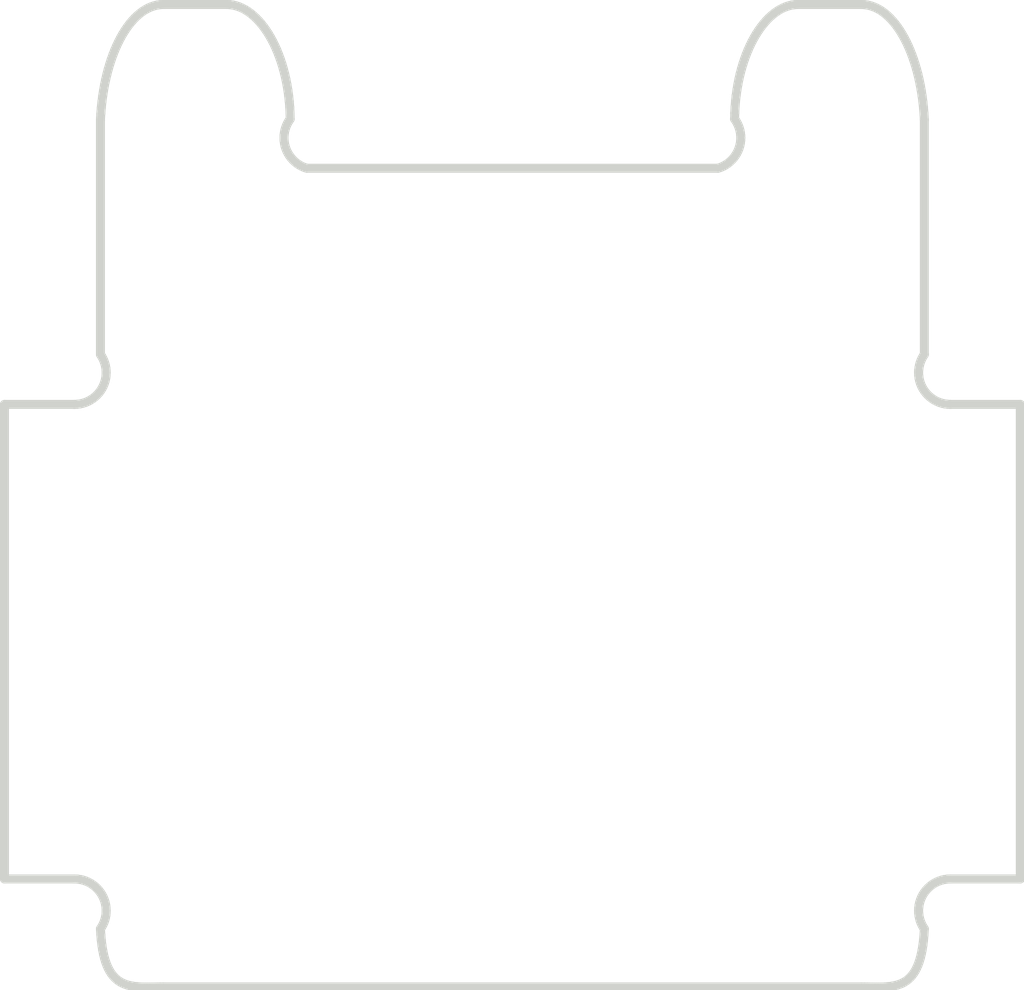
<source format=kicad_pcb>
(kicad_pcb (version 20171130) (host pcbnew 5.0.2+dfsg1-1)

  (general
    (thickness 1.6)
    (drawings 354)
    (tracks 0)
    (zones 0)
    (modules 1)
    (nets 1)
  )

  (page A4)
  (layers
    (0 F.Cu signal)
    (31 B.Cu signal)
    (32 B.Adhes user)
    (33 F.Adhes user)
    (34 B.Paste user)
    (35 F.Paste user)
    (36 B.SilkS user)
    (37 F.SilkS user)
    (38 B.Mask user)
    (39 F.Mask user)
    (40 Dwgs.User user)
    (41 Cmts.User user)
    (42 Eco1.User user)
    (43 Eco2.User user)
    (44 Edge.Cuts user)
    (45 Margin user)
    (46 B.CrtYd user)
    (47 F.CrtYd user)
    (48 B.Fab user)
    (49 F.Fab user)
  )

  (setup
    (last_trace_width 0.25)
    (trace_clearance 0.2)
    (zone_clearance 0.508)
    (zone_45_only no)
    (trace_min 0.2)
    (segment_width 0.2)
    (edge_width 0.15)
    (via_size 0.8)
    (via_drill 0.4)
    (via_min_size 0.4)
    (via_min_drill 0.3)
    (uvia_size 0.3)
    (uvia_drill 0.1)
    (uvias_allowed no)
    (uvia_min_size 0.2)
    (uvia_min_drill 0.1)
    (pcb_text_width 0.3)
    (pcb_text_size 1.5 1.5)
    (mod_edge_width 0.15)
    (mod_text_size 1 1)
    (mod_text_width 0.15)
    (pad_size 1.9 1.9)
    (pad_drill 1)
    (pad_to_mask_clearance 0.051)
    (solder_mask_min_width 0.25)
    (aux_axis_origin 0 0)
    (visible_elements FFFFFF7F)
    (pcbplotparams
      (layerselection 0x010f0_ffffffff)
      (usegerberextensions false)
      (usegerberattributes false)
      (usegerberadvancedattributes false)
      (creategerberjobfile false)
      (excludeedgelayer true)
      (linewidth 0.100000)
      (plotframeref false)
      (viasonmask false)
      (mode 1)
      (useauxorigin false)
      (hpglpennumber 1)
      (hpglpenspeed 20)
      (hpglpendiameter 15.000000)
      (psnegative false)
      (psa4output false)
      (plotreference true)
      (plotvalue true)
      (plotinvisibletext false)
      (padsonsilk false)
      (subtractmaskfromsilk false)
      (outputformat 1)
      (mirror false)
      (drillshape 0)
      (scaleselection 1)
      (outputdirectory "gerb/"))
  )

  (net 0 "")

  (net_class Default "This is the default net class."
    (clearance 0.2)
    (trace_width 0.25)
    (via_dia 0.8)
    (via_drill 0.4)
    (uvia_dia 0.3)
    (uvia_drill 0.1)
  )

  (module test_a:test_b (layer F.Cu) (tedit 0) (tstamp 61B7EDA9)
    (at 0 0)
    (fp_text reference "" (at 0 0) (layer F.SilkS)
      (effects (font (size 1.524 1.524) (thickness 0.15)))
    )
    (fp_text value "" (at 0 0) (layer F.SilkS)
      (effects (font (size 1.524 1.524) (thickness 0.15)))
    )
    (fp_poly (pts (xy 4.497917 -9.026322) (xy 4.449305 -9.024023) (xy 4.401075 -9.017194) (xy 4.353302 -9.005939)
      (xy 4.30606 -8.990362) (xy 4.259423 -8.970567) (xy 4.213465 -8.94666) (xy 4.168261 -8.918743)
      (xy 4.123884 -8.886922) (xy 4.080409 -8.8513) (xy 4.03791 -8.811982) (xy 3.996461 -8.769072)
      (xy 3.956137 -8.722674) (xy 3.917011 -8.672893) (xy 3.879158 -8.619832) (xy 3.842652 -8.563597)
      (xy 3.807568 -8.50429) (xy 3.773979 -8.442017) (xy 3.741959 -8.376882) (xy 3.711583 -8.308988)
      (xy 3.682925 -8.238441) (xy 3.65606 -8.165344) (xy 3.631061 -8.089802) (xy 3.608002 -8.011918)
      (xy 3.586958 -7.931798) (xy 3.568004 -7.849545) (xy 3.551212 -7.765263) (xy 3.536658 -7.679058)
      (xy 3.524415 -7.591032) (xy 3.514558 -7.501291) (xy 3.507162 -7.409938) (xy 3.502299 -7.317078)
      (xy 3.500045 -7.222815) (xy 3.522406 -7.18983) (xy 3.541983 -7.155341) (xy 3.558718 -7.119525)
      (xy 3.572553 -7.082558) (xy 3.583428 -7.044617) (xy 3.591285 -7.005878) (xy 3.596066 -6.966516)
      (xy 3.597713 -6.926709) (xy 3.595834 -6.882839) (xy 3.590216 -6.839856) (xy 3.581001 -6.797946)
      (xy 3.568326 -6.757298) (xy 3.552333 -6.718099) (xy 3.53316 -6.680538) (xy 3.510949 -6.644801)
      (xy 3.485838 -6.611078) (xy 3.457968 -6.579555) (xy 3.427478 -6.550421) (xy 3.394508 -6.523863)
      (xy 3.359199 -6.50007) (xy 3.321689 -6.479228) (xy 3.282119 -6.461526) (xy 3.240629 -6.447152)
      (xy 6.488493 -6.447152) (xy 6.488493 -7.212997) (xy 6.482959 -7.307808) (xy 6.475286 -7.401205)
      (xy 6.465522 -7.493081) (xy 6.453719 -7.583334) (xy 6.439925 -7.671857) (xy 6.424192 -7.758547)
      (xy 6.406568 -7.843298) (xy 6.387105 -7.926007) (xy 6.365851 -8.006569) (xy 6.342857 -8.084879)
      (xy 6.318173 -8.160833) (xy 6.291849 -8.234325) (xy 6.263934 -8.305252) (xy 6.234479 -8.373509)
      (xy 6.203534 -8.438992) (xy 6.171148 -8.501594) (xy 6.137372 -8.561213) (xy 6.102255 -8.617744)
      (xy 6.065848 -8.671082) (xy 6.028201 -8.721122) (xy 5.989363 -8.767759) (xy 5.949384 -8.81089)
      (xy 5.908315 -8.85041) (xy 5.866205 -8.886214) (xy 5.823104 -8.918197) (xy 5.779062 -8.946255)
      (xy 5.73413 -8.970284) (xy 5.688357 -8.990178) (xy 5.641793 -9.005834) (xy 5.594488 -9.017146)
      (xy 5.546493 -9.024011) (xy 5.497856 -9.026322) (xy 4.497917 -9.026322)) (layer B.Mask) (width 0.000001))
    (fp_poly (pts (xy -5.497856 -9.026322) (xy -5.546492 -9.024011) (xy -5.594488 -9.017147) (xy -5.641793 -9.005834)
      (xy -5.688357 -8.990179) (xy -5.73413 -8.970284) (xy -5.779062 -8.946256) (xy -5.823104 -8.918198)
      (xy -5.866204 -8.886214) (xy -5.908314 -8.850411) (xy -5.949384 -8.810891) (xy -5.989362 -8.76776)
      (xy -6.0282 -8.721122) (xy -6.065848 -8.671082) (xy -6.102255 -8.617744) (xy -6.137372 -8.561214)
      (xy -6.171148 -8.501595) (xy -6.203533 -8.438992) (xy -6.234479 -8.37351) (xy -6.263934 -8.305253)
      (xy -6.291848 -8.234326) (xy -6.318173 -8.160833) (xy -6.342857 -8.084879) (xy -6.365851 -8.006569)
      (xy -6.387104 -7.926008) (xy -6.406568 -7.843299) (xy -6.424192 -7.758547) (xy -6.439925 -7.671857)
      (xy -6.453719 -7.583334) (xy -6.465522 -7.493081) (xy -6.475286 -7.401205) (xy -6.482959 -7.307808)
      (xy -6.488493 -7.212997) (xy -6.488493 -6.447152) (xy -3.240629 -6.447152) (xy -3.28212 -6.461526)
      (xy -3.32169 -6.479228) (xy -3.3592 -6.50007) (xy -3.394509 -6.523864) (xy -3.427479 -6.550421)
      (xy -3.457969 -6.579555) (xy -3.485839 -6.611078) (xy -3.51095 -6.644801) (xy -3.533161 -6.680538)
      (xy -3.552334 -6.718099) (xy -3.568327 -6.757298) (xy -3.581001 -6.797946) (xy -3.590217 -6.839856)
      (xy -3.595834 -6.882839) (xy -3.597713 -6.926709) (xy -3.596065 -6.966516) (xy -3.591283 -7.005877)
      (xy -3.583426 -7.044617) (xy -3.57255 -7.082558) (xy -3.558716 -7.119524) (xy -3.541982 -7.15534)
      (xy -3.522405 -7.189829) (xy -3.500045 -7.222815) (xy -3.502299 -7.317078) (xy -3.507162 -7.409938)
      (xy -3.514559 -7.501291) (xy -3.524416 -7.591032) (xy -3.536658 -7.679058) (xy -3.551212 -7.765263)
      (xy -3.568004 -7.849545) (xy -3.586959 -7.931798) (xy -3.608002 -8.011918) (xy -3.631061 -8.089802)
      (xy -3.65606 -8.165344) (xy -3.682926 -8.238441) (xy -3.711584 -8.308989) (xy -3.741959 -8.376882)
      (xy -3.773979 -8.442018) (xy -3.807568 -8.504291) (xy -3.842653 -8.563597) (xy -3.879159 -8.619833)
      (xy -3.917011 -8.672894) (xy -3.956137 -8.722675) (xy -3.996461 -8.769073) (xy -4.03791 -8.811983)
      (xy -4.080409 -8.851301) (xy -4.123884 -8.886922) (xy -4.168261 -8.918744) (xy -4.213465 -8.94666)
      (xy -4.259423 -8.970568) (xy -4.30606 -8.990362) (xy -4.353302 -9.005939) (xy -4.401075 -9.017194)
      (xy -4.449305 -9.024023) (xy -4.497917 -9.026322) (xy -5.497856 -9.026322)) (layer B.Mask) (width 0.000001))
    (fp_poly (pts (xy 2.845046 -1.059368) (xy 1.009499 -0.000008) (xy 2.845046 1.059888) (xy 2.845046 -1.059368)) (layer B.Mask) (width 0.000001))
    (fp_poly (pts (xy -2.845046 -1.059368) (xy -2.845046 1.059888) (xy -1.009499 -0.000008) (xy -2.845046 -1.059368)) (layer B.Mask) (width 0.000001))
    (fp_poly (pts (xy -0.80977 -6.447188) (xy -0.80977 6.447188) (xy 0.80977 6.447188) (xy 0.80977 -6.447188)
      (xy -0.80977 -6.447188)) (layer B.Mask) (width 0.000001))
    (fp_poly (pts (xy 4.497917 -9.026322) (xy 4.449305 -9.024023) (xy 4.401075 -9.017194) (xy 4.353302 -9.005939)
      (xy 4.30606 -8.990362) (xy 4.259423 -8.970567) (xy 4.213465 -8.94666) (xy 4.168261 -8.918743)
      (xy 4.123884 -8.886922) (xy 4.080409 -8.8513) (xy 4.03791 -8.811982) (xy 3.996461 -8.769072)
      (xy 3.956137 -8.722674) (xy 3.917011 -8.672893) (xy 3.879158 -8.619832) (xy 3.842652 -8.563597)
      (xy 3.807568 -8.50429) (xy 3.773979 -8.442017) (xy 3.741959 -8.376882) (xy 3.711583 -8.308988)
      (xy 3.682925 -8.238441) (xy 3.65606 -8.165344) (xy 3.631061 -8.089802) (xy 3.608002 -8.011918)
      (xy 3.586958 -7.931798) (xy 3.568004 -7.849545) (xy 3.551212 -7.765263) (xy 3.536658 -7.679058)
      (xy 3.524415 -7.591032) (xy 3.514558 -7.501291) (xy 3.507162 -7.409938) (xy 3.502299 -7.317078)
      (xy 3.500045 -7.222815) (xy 3.522406 -7.18983) (xy 3.541983 -7.155341) (xy 3.558718 -7.119525)
      (xy 3.572553 -7.082558) (xy 3.583428 -7.044617) (xy 3.591285 -7.005878) (xy 3.596066 -6.966516)
      (xy 3.597713 -6.926709) (xy 3.595834 -6.882839) (xy 3.590216 -6.839856) (xy 3.581001 -6.797946)
      (xy 3.568326 -6.757298) (xy 3.552333 -6.718099) (xy 3.53316 -6.680538) (xy 3.510949 -6.644801)
      (xy 3.485838 -6.611078) (xy 3.457968 -6.579555) (xy 3.427478 -6.550421) (xy 3.394508 -6.523863)
      (xy 3.359199 -6.50007) (xy 3.321689 -6.479228) (xy 3.282119 -6.461526) (xy 3.240629 -6.447152)
      (xy 6.488493 -6.447152) (xy 6.488493 -7.212997) (xy 6.482959 -7.307808) (xy 6.475286 -7.401205)
      (xy 6.465522 -7.493081) (xy 6.453719 -7.583334) (xy 6.439925 -7.671857) (xy 6.424192 -7.758547)
      (xy 6.406568 -7.843298) (xy 6.387105 -7.926007) (xy 6.365851 -8.006569) (xy 6.342857 -8.084879)
      (xy 6.318173 -8.160833) (xy 6.291849 -8.234325) (xy 6.263934 -8.305252) (xy 6.234479 -8.373509)
      (xy 6.203534 -8.438992) (xy 6.171148 -8.501594) (xy 6.137372 -8.561213) (xy 6.102255 -8.617744)
      (xy 6.065848 -8.671082) (xy 6.028201 -8.721122) (xy 5.989363 -8.767759) (xy 5.949384 -8.81089)
      (xy 5.908315 -8.85041) (xy 5.866205 -8.886214) (xy 5.823104 -8.918197) (xy 5.779062 -8.946255)
      (xy 5.73413 -8.970284) (xy 5.688357 -8.990178) (xy 5.641793 -9.005834) (xy 5.594488 -9.017146)
      (xy 5.546493 -9.024011) (xy 5.497856 -9.026322) (xy 4.497917 -9.026322)) (layer F.Mask) (width 0.000001))
    (fp_poly (pts (xy -5.497856 -9.026322) (xy -5.546492 -9.024011) (xy -5.594488 -9.017147) (xy -5.641793 -9.005834)
      (xy -5.688357 -8.990179) (xy -5.73413 -8.970284) (xy -5.779062 -8.946256) (xy -5.823104 -8.918198)
      (xy -5.866204 -8.886214) (xy -5.908314 -8.850411) (xy -5.949384 -8.810891) (xy -5.989362 -8.76776)
      (xy -6.0282 -8.721122) (xy -6.065848 -8.671082) (xy -6.102255 -8.617744) (xy -6.137372 -8.561214)
      (xy -6.171148 -8.501595) (xy -6.203533 -8.438992) (xy -6.234479 -8.37351) (xy -6.263934 -8.305253)
      (xy -6.291848 -8.234326) (xy -6.318173 -8.160833) (xy -6.342857 -8.084879) (xy -6.365851 -8.006569)
      (xy -6.387104 -7.926008) (xy -6.406568 -7.843299) (xy -6.424192 -7.758547) (xy -6.439925 -7.671857)
      (xy -6.453719 -7.583334) (xy -6.465522 -7.493081) (xy -6.475286 -7.401205) (xy -6.482959 -7.307808)
      (xy -6.488493 -7.212997) (xy -6.488493 -6.447152) (xy -3.240629 -6.447152) (xy -3.28212 -6.461526)
      (xy -3.32169 -6.479228) (xy -3.3592 -6.50007) (xy -3.394509 -6.523864) (xy -3.427479 -6.550421)
      (xy -3.457969 -6.579555) (xy -3.485839 -6.611078) (xy -3.51095 -6.644801) (xy -3.533161 -6.680538)
      (xy -3.552334 -6.718099) (xy -3.568327 -6.757298) (xy -3.581001 -6.797946) (xy -3.590217 -6.839856)
      (xy -3.595834 -6.882839) (xy -3.597713 -6.926709) (xy -3.596065 -6.966516) (xy -3.591283 -7.005877)
      (xy -3.583426 -7.044617) (xy -3.57255 -7.082558) (xy -3.558716 -7.119524) (xy -3.541982 -7.15534)
      (xy -3.522405 -7.189829) (xy -3.500045 -7.222815) (xy -3.502299 -7.317078) (xy -3.507162 -7.409938)
      (xy -3.514559 -7.501291) (xy -3.524416 -7.591032) (xy -3.536658 -7.679058) (xy -3.551212 -7.765263)
      (xy -3.568004 -7.849545) (xy -3.586959 -7.931798) (xy -3.608002 -8.011918) (xy -3.631061 -8.089802)
      (xy -3.65606 -8.165344) (xy -3.682926 -8.238441) (xy -3.711584 -8.308989) (xy -3.741959 -8.376882)
      (xy -3.773979 -8.442018) (xy -3.807568 -8.504291) (xy -3.842653 -8.563597) (xy -3.879159 -8.619833)
      (xy -3.917011 -8.672894) (xy -3.956137 -8.722675) (xy -3.996461 -8.769073) (xy -4.03791 -8.811983)
      (xy -4.080409 -8.851301) (xy -4.123884 -8.886922) (xy -4.168261 -8.918744) (xy -4.213465 -8.94666)
      (xy -4.259423 -8.970568) (xy -4.30606 -8.990362) (xy -4.353302 -9.005939) (xy -4.401075 -9.017194)
      (xy -4.449305 -9.024023) (xy -4.497917 -9.026322) (xy -5.497856 -9.026322)) (layer F.Mask) (width 0.000001))
    (fp_poly (pts (xy 2.845046 -1.059364) (xy 1.009499 -0.000003) (xy 2.845046 1.059889) (xy 2.845046 -1.059364)) (layer F.Mask) (width 0.000001))
    (fp_poly (pts (xy -2.845046 -1.059364) (xy -2.845046 1.059888) (xy -1.009499 -0.000004) (xy -2.845046 -1.059364)) (layer F.Mask) (width 0.000001))
    (fp_poly (pts (xy -0.80977 -6.447188) (xy -0.80977 6.447188) (xy 0.80977 6.447188) (xy 0.80977 -6.447188)
      (xy -0.80977 -6.447188)) (layer F.Mask) (width 0.000001))
  )

  (gr_line (start -4.497918 -9.026358) (end -5.497856 -9.026356) (layer Edge.Cuts) (width 0.141421))
  (gr_line (start -4.449306 -9.024058) (end -4.497918 -9.026358) (layer Edge.Cuts) (width 0.141421))
  (gr_line (start -4.401076 -9.017229) (end -4.449306 -9.024058) (layer Edge.Cuts) (width 0.141421))
  (gr_line (start -4.353303 -9.005974) (end -4.401076 -9.017229) (layer Edge.Cuts) (width 0.141421))
  (gr_line (start -4.306061 -8.990397) (end -4.353303 -9.005974) (layer Edge.Cuts) (width 0.141421))
  (gr_line (start -4.259424 -8.970603) (end -4.306061 -8.990397) (layer Edge.Cuts) (width 0.141421))
  (gr_line (start -4.213466 -8.946695) (end -4.259424 -8.970603) (layer Edge.Cuts) (width 0.141421))
  (gr_line (start -4.168261 -8.918779) (end -4.213466 -8.946695) (layer Edge.Cuts) (width 0.141421))
  (gr_line (start -4.123885 -8.886958) (end -4.168261 -8.918779) (layer Edge.Cuts) (width 0.141421))
  (gr_line (start -4.08041 -8.851336) (end -4.123885 -8.886958) (layer Edge.Cuts) (width 0.141421))
  (gr_line (start -4.037911 -8.812018) (end -4.08041 -8.851336) (layer Edge.Cuts) (width 0.141421))
  (gr_line (start -3.996462 -8.769108) (end -4.037911 -8.812018) (layer Edge.Cuts) (width 0.141421))
  (gr_line (start -3.956138 -8.72271) (end -3.996462 -8.769108) (layer Edge.Cuts) (width 0.141421))
  (gr_line (start -3.917012 -8.672929) (end -3.956138 -8.72271) (layer Edge.Cuts) (width 0.141421))
  (gr_line (start -3.879159 -8.619869) (end -3.917012 -8.672929) (layer Edge.Cuts) (width 0.141421))
  (gr_line (start -3.842653 -8.563633) (end -3.879159 -8.619869) (layer Edge.Cuts) (width 0.141421))
  (gr_line (start -3.807569 -8.504326) (end -3.842653 -8.563633) (layer Edge.Cuts) (width 0.141421))
  (gr_line (start -3.773979 -8.442053) (end -3.807569 -8.504326) (layer Edge.Cuts) (width 0.141421))
  (gr_line (start -3.74196 -8.376918) (end -3.773979 -8.442053) (layer Edge.Cuts) (width 0.141421))
  (gr_line (start -3.711584 -8.309025) (end -3.74196 -8.376918) (layer Edge.Cuts) (width 0.141421))
  (gr_line (start -3.682926 -8.238477) (end -3.711584 -8.309025) (layer Edge.Cuts) (width 0.141421))
  (gr_line (start -3.656061 -8.16538) (end -3.682926 -8.238477) (layer Edge.Cuts) (width 0.141421))
  (gr_line (start -3.631062 -8.089838) (end -3.656061 -8.16538) (layer Edge.Cuts) (width 0.141421))
  (gr_line (start -3.608003 -8.011955) (end -3.631062 -8.089838) (layer Edge.Cuts) (width 0.141421))
  (gr_line (start -3.586959 -7.931834) (end -3.608003 -8.011955) (layer Edge.Cuts) (width 0.141421))
  (gr_line (start -3.568005 -7.849581) (end -3.586959 -7.931834) (layer Edge.Cuts) (width 0.141421))
  (gr_line (start -3.551213 -7.7653) (end -3.568005 -7.849581) (layer Edge.Cuts) (width 0.141421))
  (gr_line (start -3.536659 -7.679094) (end -3.551213 -7.7653) (layer Edge.Cuts) (width 0.141421))
  (gr_line (start -3.524416 -7.591069) (end -3.536659 -7.679094) (layer Edge.Cuts) (width 0.141421))
  (gr_line (start -3.514559 -7.501327) (end -3.524416 -7.591069) (layer Edge.Cuts) (width 0.141421))
  (gr_line (start -3.507163 -7.409975) (end -3.514559 -7.501327) (layer Edge.Cuts) (width 0.141421))
  (gr_line (start -3.5023 -7.317114) (end -3.507163 -7.409975) (layer Edge.Cuts) (width 0.141421))
  (gr_line (start -3.500046 -7.222851) (end -3.5023 -7.317114) (layer Edge.Cuts) (width 0.141421))
  (gr_line (start -3.522406 -7.189865) (end -3.500046 -7.222851) (layer Edge.Cuts) (width 0.141421))
  (gr_line (start -3.541982 -7.155376) (end -3.522406 -7.189865) (layer Edge.Cuts) (width 0.141421))
  (gr_line (start -3.558717 -7.119561) (end -3.541982 -7.155376) (layer Edge.Cuts) (width 0.141421))
  (gr_line (start -3.572551 -7.082594) (end -3.558717 -7.119561) (layer Edge.Cuts) (width 0.141421))
  (gr_line (start -3.583426 -7.044653) (end -3.572551 -7.082594) (layer Edge.Cuts) (width 0.141421))
  (gr_line (start -3.591284 -7.005914) (end -3.583426 -7.044653) (layer Edge.Cuts) (width 0.141421))
  (gr_line (start -3.596066 -6.966553) (end -3.591284 -7.005914) (layer Edge.Cuts) (width 0.141421))
  (gr_line (start -3.597714 -6.926745) (end -3.596066 -6.966553) (layer Edge.Cuts) (width 0.141421))
  (gr_line (start -3.595835 -6.882876) (end -3.597714 -6.926745) (layer Edge.Cuts) (width 0.141421))
  (gr_line (start -3.590218 -6.839892) (end -3.595835 -6.882876) (layer Edge.Cuts) (width 0.141421))
  (gr_line (start -3.581002 -6.797982) (end -3.590218 -6.839892) (layer Edge.Cuts) (width 0.141421))
  (gr_line (start -3.568328 -6.757334) (end -3.581002 -6.797982) (layer Edge.Cuts) (width 0.141421))
  (gr_line (start -3.552334 -6.718135) (end -3.568328 -6.757334) (layer Edge.Cuts) (width 0.141421))
  (gr_line (start -3.533162 -6.680574) (end -3.552334 -6.718135) (layer Edge.Cuts) (width 0.141421))
  (gr_line (start -3.510951 -6.644838) (end -3.533162 -6.680574) (layer Edge.Cuts) (width 0.141421))
  (gr_line (start -3.48584 -6.611115) (end -3.510951 -6.644838) (layer Edge.Cuts) (width 0.141421))
  (gr_line (start -3.457969 -6.579592) (end -3.48584 -6.611115) (layer Edge.Cuts) (width 0.141421))
  (gr_line (start -3.42748 -6.550458) (end -3.457969 -6.579592) (layer Edge.Cuts) (width 0.141421))
  (gr_line (start -3.39451 -6.5239) (end -3.42748 -6.550458) (layer Edge.Cuts) (width 0.141421))
  (gr_line (start -3.3592 -6.500106) (end -3.39451 -6.5239) (layer Edge.Cuts) (width 0.141421))
  (gr_line (start -3.32169 -6.479265) (end -3.3592 -6.500106) (layer Edge.Cuts) (width 0.141421))
  (gr_line (start -3.28212 -6.461563) (end -3.32169 -6.479265) (layer Edge.Cuts) (width 0.141421))
  (gr_line (start -3.24063 -6.447188) (end -3.28212 -6.461563) (layer Edge.Cuts) (width 0.141421))
  (gr_line (start 3.24063 -6.447188) (end -3.24063 -6.447188) (layer Edge.Cuts) (width 0.141421))
  (gr_line (start 3.28212 -6.461563) (end 3.24063 -6.447188) (layer Edge.Cuts) (width 0.141421))
  (gr_line (start 3.32169 -6.479265) (end 3.28212 -6.461563) (layer Edge.Cuts) (width 0.141421))
  (gr_line (start 3.3592 -6.500106) (end 3.32169 -6.479265) (layer Edge.Cuts) (width 0.141421))
  (gr_line (start 3.39451 -6.5239) (end 3.3592 -6.500106) (layer Edge.Cuts) (width 0.141421))
  (gr_line (start 3.427479 -6.550458) (end 3.39451 -6.5239) (layer Edge.Cuts) (width 0.141421))
  (gr_line (start 3.457969 -6.579592) (end 3.427479 -6.550458) (layer Edge.Cuts) (width 0.141421))
  (gr_line (start 3.485839 -6.611115) (end 3.457969 -6.579592) (layer Edge.Cuts) (width 0.141421))
  (gr_line (start 3.51095 -6.644838) (end 3.485839 -6.611115) (layer Edge.Cuts) (width 0.141421))
  (gr_line (start 3.533162 -6.680574) (end 3.51095 -6.644838) (layer Edge.Cuts) (width 0.141421))
  (gr_line (start 3.552334 -6.718135) (end 3.533162 -6.680574) (layer Edge.Cuts) (width 0.141421))
  (gr_line (start 3.568327 -6.757334) (end 3.552334 -6.718135) (layer Edge.Cuts) (width 0.141421))
  (gr_line (start 3.581002 -6.797982) (end 3.568327 -6.757334) (layer Edge.Cuts) (width 0.141421))
  (gr_line (start 3.590218 -6.839892) (end 3.581002 -6.797982) (layer Edge.Cuts) (width 0.141421))
  (gr_line (start 3.595835 -6.882876) (end 3.590218 -6.839892) (layer Edge.Cuts) (width 0.141421))
  (gr_line (start 3.597714 -6.926745) (end 3.595835 -6.882876) (layer Edge.Cuts) (width 0.141421))
  (gr_line (start 3.596067 -6.966553) (end 3.597714 -6.926745) (layer Edge.Cuts) (width 0.141421))
  (gr_line (start 3.591286 -7.005914) (end 3.596067 -6.966553) (layer Edge.Cuts) (width 0.141421))
  (gr_line (start 3.583428 -7.044654) (end 3.591286 -7.005914) (layer Edge.Cuts) (width 0.141421))
  (gr_line (start 3.572553 -7.082595) (end 3.583428 -7.044654) (layer Edge.Cuts) (width 0.141421))
  (gr_line (start 3.558718 -7.119561) (end 3.572553 -7.082595) (layer Edge.Cuts) (width 0.141421))
  (gr_line (start 3.541983 -7.155377) (end 3.558718 -7.119561) (layer Edge.Cuts) (width 0.141421))
  (gr_line (start 3.522405 -7.189866) (end 3.541983 -7.155377) (layer Edge.Cuts) (width 0.141421))
  (gr_line (start 3.500044 -7.222851) (end 3.522405 -7.189866) (layer Edge.Cuts) (width 0.141421))
  (gr_line (start 3.502298 -7.317114) (end 3.500044 -7.222851) (layer Edge.Cuts) (width 0.141421))
  (gr_line (start 3.507161 -7.409974) (end 3.502298 -7.317114) (layer Edge.Cuts) (width 0.141421))
  (gr_line (start 3.514558 -7.501327) (end 3.507161 -7.409974) (layer Edge.Cuts) (width 0.141421))
  (gr_line (start 3.524414 -7.591069) (end 3.514558 -7.501327) (layer Edge.Cuts) (width 0.141421))
  (gr_line (start 3.536657 -7.679094) (end 3.524414 -7.591069) (layer Edge.Cuts) (width 0.141421))
  (gr_line (start 3.551211 -7.7653) (end 3.536657 -7.679094) (layer Edge.Cuts) (width 0.141421))
  (gr_line (start 3.568003 -7.849581) (end 3.551211 -7.7653) (layer Edge.Cuts) (width 0.141421))
  (gr_line (start 3.586957 -7.931834) (end 3.568003 -7.849581) (layer Edge.Cuts) (width 0.141421))
  (gr_line (start 3.608001 -8.011955) (end 3.586957 -7.931834) (layer Edge.Cuts) (width 0.141421))
  (gr_line (start 3.63106 -8.089838) (end 3.608001 -8.011955) (layer Edge.Cuts) (width 0.141421))
  (gr_line (start 3.656059 -8.16538) (end 3.63106 -8.089838) (layer Edge.Cuts) (width 0.141421))
  (gr_line (start 3.682924 -8.238477) (end 3.656059 -8.16538) (layer Edge.Cuts) (width 0.141421))
  (gr_line (start 3.711582 -8.309024) (end 3.682924 -8.238477) (layer Edge.Cuts) (width 0.141421))
  (gr_line (start 3.741958 -8.376918) (end 3.711582 -8.309024) (layer Edge.Cuts) (width 0.141421))
  (gr_line (start 3.773978 -8.442053) (end 3.741958 -8.376918) (layer Edge.Cuts) (width 0.141421))
  (gr_line (start 3.807567 -8.504326) (end 3.773978 -8.442053) (layer Edge.Cuts) (width 0.141421))
  (gr_line (start 3.842651 -8.563633) (end 3.807567 -8.504326) (layer Edge.Cuts) (width 0.141421))
  (gr_line (start 3.879157 -8.619868) (end 3.842651 -8.563633) (layer Edge.Cuts) (width 0.141421))
  (gr_line (start 3.91701 -8.672929) (end 3.879157 -8.619868) (layer Edge.Cuts) (width 0.141421))
  (gr_line (start 3.956136 -8.72271) (end 3.91701 -8.672929) (layer Edge.Cuts) (width 0.141421))
  (gr_line (start 3.99646 -8.769108) (end 3.956136 -8.72271) (layer Edge.Cuts) (width 0.141421))
  (gr_line (start 4.037909 -8.812018) (end 3.99646 -8.769108) (layer Edge.Cuts) (width 0.141421))
  (gr_line (start 4.080408 -8.851336) (end 4.037909 -8.812018) (layer Edge.Cuts) (width 0.141421))
  (gr_line (start 4.123883 -8.886957) (end 4.080408 -8.851336) (layer Edge.Cuts) (width 0.141421))
  (gr_line (start 4.16826 -8.918778) (end 4.123883 -8.886957) (layer Edge.Cuts) (width 0.141421))
  (gr_line (start 4.213464 -8.946695) (end 4.16826 -8.918778) (layer Edge.Cuts) (width 0.141421))
  (gr_line (start 4.259422 -8.970603) (end 4.213464 -8.946695) (layer Edge.Cuts) (width 0.141421))
  (gr_line (start 4.306059 -8.990397) (end 4.259422 -8.970603) (layer Edge.Cuts) (width 0.141421))
  (gr_line (start 4.353301 -9.005974) (end 4.306059 -8.990397) (layer Edge.Cuts) (width 0.141421))
  (gr_line (start 4.401074 -9.017229) (end 4.353301 -9.005974) (layer Edge.Cuts) (width 0.141421))
  (gr_line (start 4.449304 -9.024058) (end 4.401074 -9.017229) (layer Edge.Cuts) (width 0.141421))
  (gr_line (start 4.497916 -9.026358) (end 4.449304 -9.024058) (layer Edge.Cuts) (width 0.141421))
  (gr_line (start 5.497855 -9.026358) (end 4.497916 -9.026358) (layer Edge.Cuts) (width 0.141421))
  (gr_line (start 5.546492 -9.024046) (end 5.497855 -9.026358) (layer Edge.Cuts) (width 0.141421))
  (gr_line (start 5.594487 -9.017181) (end 5.546492 -9.024046) (layer Edge.Cuts) (width 0.141421))
  (gr_line (start 5.641792 -9.005869) (end 5.594487 -9.017181) (layer Edge.Cuts) (width 0.141421))
  (gr_line (start 5.688356 -8.990214) (end 5.641792 -9.005869) (layer Edge.Cuts) (width 0.141421))
  (gr_line (start 5.734129 -8.970319) (end 5.688356 -8.990214) (layer Edge.Cuts) (width 0.141421))
  (gr_line (start 5.779061 -8.946291) (end 5.734129 -8.970319) (layer Edge.Cuts) (width 0.141421))
  (gr_line (start 5.823103 -8.918232) (end 5.779061 -8.946291) (layer Edge.Cuts) (width 0.141421))
  (gr_line (start 5.866203 -8.886249) (end 5.823103 -8.918232) (layer Edge.Cuts) (width 0.141421))
  (gr_line (start 5.908314 -8.850445) (end 5.866203 -8.886249) (layer Edge.Cuts) (width 0.141421))
  (gr_line (start 5.949383 -8.810925) (end 5.908314 -8.850445) (layer Edge.Cuts) (width 0.141421))
  (gr_line (start 5.989362 -8.767794) (end 5.949383 -8.810925) (layer Edge.Cuts) (width 0.141421))
  (gr_line (start 6.0282 -8.721157) (end 5.989362 -8.767794) (layer Edge.Cuts) (width 0.141421))
  (gr_line (start 6.065847 -8.671117) (end 6.0282 -8.721157) (layer Edge.Cuts) (width 0.141421))
  (gr_line (start 6.102254 -8.617779) (end 6.065847 -8.671117) (layer Edge.Cuts) (width 0.141421))
  (gr_line (start 6.137371 -8.561248) (end 6.102254 -8.617779) (layer Edge.Cuts) (width 0.141421))
  (gr_line (start 6.171147 -8.501629) (end 6.137371 -8.561248) (layer Edge.Cuts) (width 0.141421))
  (gr_line (start 6.203533 -8.439026) (end 6.171147 -8.501629) (layer Edge.Cuts) (width 0.141421))
  (gr_line (start 6.234478 -8.373544) (end 6.203533 -8.439026) (layer Edge.Cuts) (width 0.141421))
  (gr_line (start 6.263933 -8.305287) (end 6.234478 -8.373544) (layer Edge.Cuts) (width 0.141421))
  (gr_line (start 6.291847 -8.23436) (end 6.263933 -8.305287) (layer Edge.Cuts) (width 0.141421))
  (gr_line (start 6.318172 -8.160868) (end 6.291847 -8.23436) (layer Edge.Cuts) (width 0.141421))
  (gr_line (start 6.342856 -8.084914) (end 6.318172 -8.160868) (layer Edge.Cuts) (width 0.141421))
  (gr_line (start 6.36585 -8.006604) (end 6.342856 -8.084914) (layer Edge.Cuts) (width 0.141421))
  (gr_line (start 6.387104 -7.926042) (end 6.36585 -8.006604) (layer Edge.Cuts) (width 0.141421))
  (gr_line (start 6.406567 -7.843333) (end 6.387104 -7.926042) (layer Edge.Cuts) (width 0.141421))
  (gr_line (start 6.424191 -7.758582) (end 6.406567 -7.843333) (layer Edge.Cuts) (width 0.141421))
  (gr_line (start 6.439924 -7.671892) (end 6.424191 -7.758582) (layer Edge.Cuts) (width 0.141421))
  (gr_line (start 6.453718 -7.583368) (end 6.439924 -7.671892) (layer Edge.Cuts) (width 0.141421))
  (gr_line (start 6.465521 -7.493116) (end 6.453718 -7.583368) (layer Edge.Cuts) (width 0.141421))
  (gr_line (start 6.475285 -7.40124) (end 6.465521 -7.493116) (layer Edge.Cuts) (width 0.141421))
  (gr_line (start 6.482958 -7.307843) (end 6.475285 -7.40124) (layer Edge.Cuts) (width 0.141421))
  (gr_line (start 6.488492 -7.213032) (end 6.482958 -7.307843) (layer Edge.Cuts) (width 0.141421))
  (gr_line (start 6.488492 -3.51412) (end 6.488492 -7.213032) (layer Edge.Cuts) (width 0.141421))
  (gr_line (start 6.46774 -3.481928) (end 6.488492 -3.51412) (layer Edge.Cuts) (width 0.141421))
  (gr_line (start 6.449588 -3.448393) (end 6.46774 -3.481928) (layer Edge.Cuts) (width 0.141421))
  (gr_line (start 6.434085 -3.413672) (end 6.449588 -3.448393) (layer Edge.Cuts) (width 0.141421))
  (gr_line (start 6.421282 -3.377924) (end 6.434085 -3.413672) (layer Edge.Cuts) (width 0.141421))
  (gr_line (start 6.411228 -3.341308) (end 6.421282 -3.377924) (layer Edge.Cuts) (width 0.141421))
  (gr_line (start 6.403973 -3.303981) (end 6.411228 -3.341308) (layer Edge.Cuts) (width 0.141421))
  (gr_line (start 6.399568 -3.266103) (end 6.403973 -3.303981) (layer Edge.Cuts) (width 0.141421))
  (gr_line (start 6.398062 -3.227832) (end 6.399568 -3.266103) (layer Edge.Cuts) (width 0.141421))
  (gr_line (start 6.400084 -3.182325) (end 6.398062 -3.227832) (layer Edge.Cuts) (width 0.141421))
  (gr_line (start 6.406075 -3.13796) (end 6.400084 -3.182325) (layer Edge.Cuts) (width 0.141421))
  (gr_line (start 6.415858 -3.094914) (end 6.406075 -3.13796) (layer Edge.Cuts) (width 0.141421))
  (gr_line (start 6.429258 -3.053364) (end 6.415858 -3.094914) (layer Edge.Cuts) (width 0.141421))
  (gr_line (start 6.446098 -3.013487) (end 6.429258 -3.053364) (layer Edge.Cuts) (width 0.141421))
  (gr_line (start 6.4662 -2.975458) (end 6.446098 -3.013487) (layer Edge.Cuts) (width 0.141421))
  (gr_line (start 6.48939 -2.939456) (end 6.4662 -2.975458) (layer Edge.Cuts) (width 0.141421))
  (gr_line (start 6.51549 -2.905655) (end 6.48939 -2.939456) (layer Edge.Cuts) (width 0.141421))
  (gr_line (start 6.544325 -2.874233) (end 6.51549 -2.905655) (layer Edge.Cuts) (width 0.141421))
  (gr_line (start 6.575717 -2.845366) (end 6.544325 -2.874233) (layer Edge.Cuts) (width 0.141421))
  (gr_line (start 6.609491 -2.819231) (end 6.575717 -2.845366) (layer Edge.Cuts) (width 0.141421))
  (gr_line (start 6.64547 -2.796004) (end 6.609491 -2.819231) (layer Edge.Cuts) (width 0.141421))
  (gr_line (start 6.683478 -2.775862) (end 6.64547 -2.796004) (layer Edge.Cuts) (width 0.141421))
  (gr_line (start 6.723337 -2.758981) (end 6.683478 -2.775862) (layer Edge.Cuts) (width 0.141421))
  (gr_line (start 6.764873 -2.745538) (end 6.723337 -2.758981) (layer Edge.Cuts) (width 0.141421))
  (gr_line (start 6.807908 -2.73571) (end 6.764873 -2.745538) (layer Edge.Cuts) (width 0.141421))
  (gr_line (start 6.852267 -2.729673) (end 6.807908 -2.73571) (layer Edge.Cuts) (width 0.141421))
  (gr_line (start 6.897772 -2.727604) (end 6.852267 -2.729673) (layer Edge.Cuts) (width 0.141421))
  (gr_line (start 8.000031 -2.727604) (end 6.897772 -2.727604) (layer Edge.Cuts) (width 0.141421))
  (gr_line (start 8.000031 4.747269) (end 8.000031 -2.727604) (layer Edge.Cuts) (width 0.141421))
  (gr_line (start 6.897772 4.747269) (end 8.000031 4.747269) (layer Edge.Cuts) (width 0.141421))
  (gr_line (start 6.852267 4.749338) (end 6.897772 4.747269) (layer Edge.Cuts) (width 0.141421))
  (gr_line (start 6.807908 4.755375) (end 6.852267 4.749338) (layer Edge.Cuts) (width 0.141421))
  (gr_line (start 6.764873 4.765203) (end 6.807908 4.755375) (layer Edge.Cuts) (width 0.141421))
  (gr_line (start 6.723337 4.778646) (end 6.764873 4.765203) (layer Edge.Cuts) (width 0.141421))
  (gr_line (start 6.683478 4.795527) (end 6.723337 4.778646) (layer Edge.Cuts) (width 0.141421))
  (gr_line (start 6.64547 4.815669) (end 6.683478 4.795527) (layer Edge.Cuts) (width 0.141421))
  (gr_line (start 6.609491 4.838896) (end 6.64547 4.815669) (layer Edge.Cuts) (width 0.141421))
  (gr_line (start 6.575717 4.865031) (end 6.609491 4.838896) (layer Edge.Cuts) (width 0.141421))
  (gr_line (start 6.544325 4.893899) (end 6.575717 4.865031) (layer Edge.Cuts) (width 0.141421))
  (gr_line (start 6.51549 4.925321) (end 6.544325 4.893899) (layer Edge.Cuts) (width 0.141421))
  (gr_line (start 6.48939 4.959122) (end 6.51549 4.925321) (layer Edge.Cuts) (width 0.141421))
  (gr_line (start 6.4662 4.995125) (end 6.48939 4.959122) (layer Edge.Cuts) (width 0.141421))
  (gr_line (start 6.446098 5.033153) (end 6.4662 4.995125) (layer Edge.Cuts) (width 0.141421))
  (gr_line (start 6.429258 5.073031) (end 6.446098 5.033153) (layer Edge.Cuts) (width 0.141421))
  (gr_line (start 6.415858 5.114581) (end 6.429258 5.073031) (layer Edge.Cuts) (width 0.141421))
  (gr_line (start 6.406075 5.157626) (end 6.415858 5.114581) (layer Edge.Cuts) (width 0.141421))
  (gr_line (start 6.400084 5.201991) (end 6.406075 5.157626) (layer Edge.Cuts) (width 0.141421))
  (gr_line (start 6.398062 5.247499) (end 6.400084 5.201991) (layer Edge.Cuts) (width 0.141421))
  (gr_line (start 6.399566 5.28577) (end 6.398062 5.247499) (layer Edge.Cuts) (width 0.141421))
  (gr_line (start 6.403971 5.32365) (end 6.399566 5.28577) (layer Edge.Cuts) (width 0.141421))
  (gr_line (start 6.411225 5.360978) (end 6.403971 5.32365) (layer Edge.Cuts) (width 0.141421))
  (gr_line (start 6.421279 5.397596) (end 6.411225 5.360978) (layer Edge.Cuts) (width 0.141421))
  (gr_line (start 6.434083 5.433345) (end 6.421279 5.397596) (layer Edge.Cuts) (width 0.141421))
  (gr_line (start 6.449587 5.468066) (end 6.434083 5.433345) (layer Edge.Cuts) (width 0.141421))
  (gr_line (start 6.46774 5.5016) (end 6.449587 5.468066) (layer Edge.Cuts) (width 0.141421))
  (gr_line (start 6.488492 5.533789) (end 6.46774 5.5016) (layer Edge.Cuts) (width 0.141421))
  (gr_line (start 6.482958 5.626019) (end 6.488492 5.533789) (layer Edge.Cuts) (width 0.141421))
  (gr_line (start 6.475285 5.71189) (end 6.482958 5.626019) (layer Edge.Cuts) (width 0.141421))
  (gr_line (start 6.465521 5.791628) (end 6.475285 5.71189) (layer Edge.Cuts) (width 0.141421))
  (gr_line (start 6.453718 5.865457) (end 6.465521 5.791628) (layer Edge.Cuts) (width 0.141421))
  (gr_line (start 6.439924 5.933602) (end 6.453718 5.865457) (layer Edge.Cuts) (width 0.141421))
  (gr_line (start 6.424191 5.996289) (end 6.439924 5.933602) (layer Edge.Cuts) (width 0.141421))
  (gr_line (start 6.406567 6.053741) (end 6.424191 5.996289) (layer Edge.Cuts) (width 0.141421))
  (gr_line (start 6.387104 6.106186) (end 6.406567 6.053741) (layer Edge.Cuts) (width 0.141421))
  (gr_line (start 6.36585 6.153846) (end 6.387104 6.106186) (layer Edge.Cuts) (width 0.141421))
  (gr_line (start 6.342856 6.196947) (end 6.36585 6.153846) (layer Edge.Cuts) (width 0.141421))
  (gr_line (start 6.318172 6.235715) (end 6.342856 6.196947) (layer Edge.Cuts) (width 0.141421))
  (gr_line (start 6.291847 6.270374) (end 6.318172 6.235715) (layer Edge.Cuts) (width 0.141421))
  (gr_line (start 6.263933 6.30115) (end 6.291847 6.270374) (layer Edge.Cuts) (width 0.141421))
  (gr_line (start 6.234478 6.328266) (end 6.263933 6.30115) (layer Edge.Cuts) (width 0.141421))
  (gr_line (start 6.203533 6.351949) (end 6.234478 6.328266) (layer Edge.Cuts) (width 0.141421))
  (gr_line (start 6.171147 6.372422) (end 6.203533 6.351949) (layer Edge.Cuts) (width 0.141421))
  (gr_line (start 6.137371 6.389912) (end 6.171147 6.372422) (layer Edge.Cuts) (width 0.141421))
  (gr_line (start 6.102254 6.404643) (end 6.137371 6.389912) (layer Edge.Cuts) (width 0.141421))
  (gr_line (start 6.065847 6.41684) (end 6.102254 6.404643) (layer Edge.Cuts) (width 0.141421))
  (gr_line (start 6.0282 6.426728) (end 6.065847 6.41684) (layer Edge.Cuts) (width 0.141421))
  (gr_line (start 5.989362 6.434533) (end 6.0282 6.426728) (layer Edge.Cuts) (width 0.141421))
  (gr_line (start 5.949383 6.440478) (end 5.989362 6.434533) (layer Edge.Cuts) (width 0.141421))
  (gr_line (start 5.908314 6.44479) (end 5.949383 6.440478) (layer Edge.Cuts) (width 0.141421))
  (gr_line (start 5.866203 6.447692) (end 5.908314 6.44479) (layer Edge.Cuts) (width 0.141421))
  (gr_line (start 5.823103 6.449411) (end 5.866203 6.447692) (layer Edge.Cuts) (width 0.141421))
  (gr_line (start 5.779061 6.45017) (end 5.823103 6.449411) (layer Edge.Cuts) (width 0.141421))
  (gr_line (start 5.734129 6.450196) (end 5.779061 6.45017) (layer Edge.Cuts) (width 0.141421))
  (gr_line (start 5.688356 6.449712) (end 5.734129 6.450196) (layer Edge.Cuts) (width 0.141421))
  (gr_line (start 5.641792 6.448945) (end 5.688356 6.449712) (layer Edge.Cuts) (width 0.141421))
  (gr_line (start 5.594487 6.448119) (end 5.641792 6.448945) (layer Edge.Cuts) (width 0.141421))
  (gr_line (start 5.546492 6.447458) (end 5.594487 6.448119) (layer Edge.Cuts) (width 0.141421))
  (gr_line (start 5.497855 6.447189) (end 5.546492 6.447458) (layer Edge.Cuts) (width 0.141421))
  (gr_line (start -5.497856 6.447189) (end 5.497855 6.447189) (layer Edge.Cuts) (width 0.141421))
  (gr_line (start -5.546493 6.447458) (end -5.497856 6.447189) (layer Edge.Cuts) (width 0.141421))
  (gr_line (start -5.594489 6.448119) (end -5.546493 6.447458) (layer Edge.Cuts) (width 0.141421))
  (gr_line (start -5.641794 6.448945) (end -5.594489 6.448119) (layer Edge.Cuts) (width 0.141421))
  (gr_line (start -5.688358 6.449712) (end -5.641794 6.448945) (layer Edge.Cuts) (width 0.141421))
  (gr_line (start -5.734131 6.450196) (end -5.688358 6.449712) (layer Edge.Cuts) (width 0.141421))
  (gr_line (start -5.779063 6.45017) (end -5.734131 6.450196) (layer Edge.Cuts) (width 0.141421))
  (gr_line (start -5.823104 6.449411) (end -5.779063 6.45017) (layer Edge.Cuts) (width 0.141421))
  (gr_line (start -5.866205 6.447692) (end -5.823104 6.449411) (layer Edge.Cuts) (width 0.141421))
  (gr_line (start -5.908315 6.44479) (end -5.866205 6.447692) (layer Edge.Cuts) (width 0.141421))
  (gr_line (start -5.949384 6.440478) (end -5.908315 6.44479) (layer Edge.Cuts) (width 0.141421))
  (gr_line (start -5.989363 6.434533) (end -5.949384 6.440478) (layer Edge.Cuts) (width 0.141421))
  (gr_line (start -6.028201 6.426728) (end -5.989363 6.434533) (layer Edge.Cuts) (width 0.141421))
  (gr_line (start -6.065849 6.41684) (end -6.028201 6.426728) (layer Edge.Cuts) (width 0.141421))
  (gr_line (start -6.102256 6.404643) (end -6.065849 6.41684) (layer Edge.Cuts) (width 0.141421))
  (gr_line (start -6.137373 6.389912) (end -6.102256 6.404643) (layer Edge.Cuts) (width 0.141421))
  (gr_line (start -6.171149 6.372422) (end -6.137373 6.389912) (layer Edge.Cuts) (width 0.141421))
  (gr_line (start -6.203534 6.351949) (end -6.171149 6.372422) (layer Edge.Cuts) (width 0.141421))
  (gr_line (start -6.23448 6.328266) (end -6.203534 6.351949) (layer Edge.Cuts) (width 0.141421))
  (gr_line (start -6.263935 6.30115) (end -6.23448 6.328266) (layer Edge.Cuts) (width 0.141421))
  (gr_line (start -6.291849 6.270374) (end -6.263935 6.30115) (layer Edge.Cuts) (width 0.141421))
  (gr_line (start -6.318174 6.235715) (end -6.291849 6.270374) (layer Edge.Cuts) (width 0.141421))
  (gr_line (start -6.342858 6.196947) (end -6.318174 6.235715) (layer Edge.Cuts) (width 0.141421))
  (gr_line (start -6.365852 6.153846) (end -6.342858 6.196947) (layer Edge.Cuts) (width 0.141421))
  (gr_line (start -6.387105 6.106186) (end -6.365852 6.153846) (layer Edge.Cuts) (width 0.141421))
  (gr_line (start -6.406569 6.053741) (end -6.387105 6.106186) (layer Edge.Cuts) (width 0.141421))
  (gr_line (start -6.424193 5.996289) (end -6.406569 6.053741) (layer Edge.Cuts) (width 0.141421))
  (gr_line (start -6.439926 5.933602) (end -6.424193 5.996289) (layer Edge.Cuts) (width 0.141421))
  (gr_line (start -6.453719 5.865457) (end -6.439926 5.933602) (layer Edge.Cuts) (width 0.141421))
  (gr_line (start -6.465523 5.791628) (end -6.453719 5.865457) (layer Edge.Cuts) (width 0.141421))
  (gr_line (start -6.475286 5.71189) (end -6.465523 5.791628) (layer Edge.Cuts) (width 0.141421))
  (gr_line (start -6.48296 5.626019) (end -6.475286 5.71189) (layer Edge.Cuts) (width 0.141421))
  (gr_line (start -6.488494 5.533789) (end -6.48296 5.626019) (layer Edge.Cuts) (width 0.141421))
  (gr_line (start -6.467742 5.501597) (end -6.488494 5.533789) (layer Edge.Cuts) (width 0.141421))
  (gr_line (start -6.449589 5.468062) (end -6.467742 5.501597) (layer Edge.Cuts) (width 0.141421))
  (gr_line (start -6.434086 5.433341) (end -6.449589 5.468062) (layer Edge.Cuts) (width 0.141421))
  (gr_line (start -6.421282 5.397592) (end -6.434086 5.433341) (layer Edge.Cuts) (width 0.141421))
  (gr_line (start -6.411227 5.360975) (end -6.421282 5.397592) (layer Edge.Cuts) (width 0.141421))
  (gr_line (start -6.403972 5.323648) (end -6.411227 5.360975) (layer Edge.Cuts) (width 0.141421))
  (gr_line (start -6.399566 5.28577) (end -6.403972 5.323648) (layer Edge.Cuts) (width 0.141421))
  (gr_line (start -6.39806 5.247499) (end -6.399566 5.28577) (layer Edge.Cuts) (width 0.141421))
  (gr_line (start -6.400082 5.201991) (end -6.39806 5.247499) (layer Edge.Cuts) (width 0.141421))
  (gr_line (start -6.406073 5.157626) (end -6.400082 5.201991) (layer Edge.Cuts) (width 0.141421))
  (gr_line (start -6.415857 5.114581) (end -6.406073 5.157626) (layer Edge.Cuts) (width 0.141421))
  (gr_line (start -6.429256 5.073031) (end -6.415857 5.114581) (layer Edge.Cuts) (width 0.141421))
  (gr_line (start -6.446096 5.033153) (end -6.429256 5.073031) (layer Edge.Cuts) (width 0.141421))
  (gr_line (start -6.466199 4.995125) (end -6.446096 5.033153) (layer Edge.Cuts) (width 0.141421))
  (gr_line (start -6.489388 4.959122) (end -6.466199 4.995125) (layer Edge.Cuts) (width 0.141421))
  (gr_line (start -6.515489 4.925321) (end -6.489388 4.959122) (layer Edge.Cuts) (width 0.141421))
  (gr_line (start -6.544323 4.893899) (end -6.515489 4.925321) (layer Edge.Cuts) (width 0.141421))
  (gr_line (start -6.575716 4.865031) (end -6.544323 4.893899) (layer Edge.Cuts) (width 0.141421))
  (gr_line (start -6.60949 4.838896) (end -6.575716 4.865031) (layer Edge.Cuts) (width 0.141421))
  (gr_line (start -6.645469 4.815669) (end -6.60949 4.838896) (layer Edge.Cuts) (width 0.141421))
  (gr_line (start -6.683476 4.795527) (end -6.645469 4.815669) (layer Edge.Cuts) (width 0.141421))
  (gr_line (start -6.723336 4.778646) (end -6.683476 4.795527) (layer Edge.Cuts) (width 0.141421))
  (gr_line (start -6.764872 4.765203) (end -6.723336 4.778646) (layer Edge.Cuts) (width 0.141421))
  (gr_line (start -6.807907 4.755375) (end -6.764872 4.765203) (layer Edge.Cuts) (width 0.141421))
  (gr_line (start -6.852266 4.749338) (end -6.807907 4.755375) (layer Edge.Cuts) (width 0.141421))
  (gr_line (start -6.897771 4.747269) (end -6.852266 4.749338) (layer Edge.Cuts) (width 0.141421))
  (gr_line (start -8.000029 4.747269) (end -6.897771 4.747269) (layer Edge.Cuts) (width 0.141421))
  (gr_line (start -8.000029 -2.727604) (end -8.000029 4.747269) (layer Edge.Cuts) (width 0.141421))
  (gr_line (start -6.897771 -2.727604) (end -8.000029 -2.727604) (layer Edge.Cuts) (width 0.141421))
  (gr_line (start -6.852266 -2.729673) (end -6.897771 -2.727604) (layer Edge.Cuts) (width 0.141421))
  (gr_line (start -6.807907 -2.73571) (end -6.852266 -2.729673) (layer Edge.Cuts) (width 0.141421))
  (gr_line (start -6.764872 -2.745538) (end -6.807907 -2.73571) (layer Edge.Cuts) (width 0.141421))
  (gr_line (start -6.723336 -2.758981) (end -6.764872 -2.745538) (layer Edge.Cuts) (width 0.141421))
  (gr_line (start -6.683476 -2.775862) (end -6.723336 -2.758981) (layer Edge.Cuts) (width 0.141421))
  (gr_line (start -6.645469 -2.796004) (end -6.683476 -2.775862) (layer Edge.Cuts) (width 0.141421))
  (gr_line (start -6.60949 -2.819231) (end -6.645469 -2.796004) (layer Edge.Cuts) (width 0.141421))
  (gr_line (start -6.575716 -2.845366) (end -6.60949 -2.819231) (layer Edge.Cuts) (width 0.141421))
  (gr_line (start -6.544323 -2.874233) (end -6.575716 -2.845366) (layer Edge.Cuts) (width 0.141421))
  (gr_line (start -6.515489 -2.905655) (end -6.544323 -2.874233) (layer Edge.Cuts) (width 0.141421))
  (gr_line (start -6.489388 -2.939456) (end -6.515489 -2.905655) (layer Edge.Cuts) (width 0.141421))
  (gr_line (start -6.466199 -2.975458) (end -6.489388 -2.939456) (layer Edge.Cuts) (width 0.141421))
  (gr_line (start -6.446096 -3.013487) (end -6.466199 -2.975458) (layer Edge.Cuts) (width 0.141421))
  (gr_line (start -6.429256 -3.053364) (end -6.446096 -3.013487) (layer Edge.Cuts) (width 0.141421))
  (gr_line (start -6.415856 -3.094914) (end -6.429256 -3.053364) (layer Edge.Cuts) (width 0.141421))
  (gr_line (start -6.406073 -3.13796) (end -6.415856 -3.094914) (layer Edge.Cuts) (width 0.141421))
  (gr_line (start -6.400082 -3.182325) (end -6.406073 -3.13796) (layer Edge.Cuts) (width 0.141421))
  (gr_line (start -6.39806 -3.227833) (end -6.400082 -3.182325) (layer Edge.Cuts) (width 0.141421))
  (gr_line (start -6.399566 -3.266103) (end -6.39806 -3.227833) (layer Edge.Cuts) (width 0.141421))
  (gr_line (start -6.403972 -3.303981) (end -6.399566 -3.266103) (layer Edge.Cuts) (width 0.141421))
  (gr_line (start -6.411227 -3.341308) (end -6.403972 -3.303981) (layer Edge.Cuts) (width 0.141421))
  (gr_line (start -6.421281 -3.377924) (end -6.411227 -3.341308) (layer Edge.Cuts) (width 0.141421))
  (gr_line (start -6.434085 -3.413672) (end -6.421281 -3.377924) (layer Edge.Cuts) (width 0.141421))
  (gr_line (start -6.449589 -3.448393) (end -6.434085 -3.413672) (layer Edge.Cuts) (width 0.141421))
  (gr_line (start -6.467742 -3.481928) (end -6.449589 -3.448393) (layer Edge.Cuts) (width 0.141421))
  (gr_line (start -6.488494 -3.51412) (end -6.467742 -3.481928) (layer Edge.Cuts) (width 0.141421))
  (gr_line (start -6.488494 -7.213032) (end -6.488494 -3.51412) (layer Edge.Cuts) (width 0.141421))
  (gr_line (start -6.48296 -7.307843) (end -6.488494 -7.213032) (layer Edge.Cuts) (width 0.141421))
  (gr_line (start -6.475286 -7.40124) (end -6.48296 -7.307843) (layer Edge.Cuts) (width 0.141421))
  (gr_line (start -6.465523 -7.493116) (end -6.475286 -7.40124) (layer Edge.Cuts) (width 0.141421))
  (gr_line (start -6.453719 -7.583368) (end -6.465523 -7.493116) (layer Edge.Cuts) (width 0.141421))
  (gr_line (start -6.439926 -7.671892) (end -6.453719 -7.583368) (layer Edge.Cuts) (width 0.141421))
  (gr_line (start -6.424192 -7.758582) (end -6.439926 -7.671892) (layer Edge.Cuts) (width 0.141421))
  (gr_line (start -6.406569 -7.843333) (end -6.424192 -7.758582) (layer Edge.Cuts) (width 0.141421))
  (gr_line (start -6.387105 -7.926042) (end -6.406569 -7.843333) (layer Edge.Cuts) (width 0.141421))
  (gr_line (start -6.365851 -8.006604) (end -6.387105 -7.926042) (layer Edge.Cuts) (width 0.141421))
  (gr_line (start -6.342857 -8.084914) (end -6.365851 -8.006604) (layer Edge.Cuts) (width 0.141421))
  (gr_line (start -6.318173 -8.160868) (end -6.342857 -8.084914) (layer Edge.Cuts) (width 0.141421))
  (gr_line (start -6.291849 -8.23436) (end -6.318173 -8.160868) (layer Edge.Cuts) (width 0.141421))
  (gr_line (start -6.263934 -8.305287) (end -6.291849 -8.23436) (layer Edge.Cuts) (width 0.141421))
  (gr_line (start -6.234479 -8.373544) (end -6.263934 -8.305287) (layer Edge.Cuts) (width 0.141421))
  (gr_line (start -6.203534 -8.439026) (end -6.234479 -8.373544) (layer Edge.Cuts) (width 0.141421))
  (gr_line (start -6.171148 -8.501629) (end -6.203534 -8.439026) (layer Edge.Cuts) (width 0.141421))
  (gr_line (start -6.137372 -8.561248) (end -6.171148 -8.501629) (layer Edge.Cuts) (width 0.141421))
  (gr_line (start -6.102256 -8.617779) (end -6.137372 -8.561248) (layer Edge.Cuts) (width 0.141421))
  (gr_line (start -6.065849 -8.671116) (end -6.102256 -8.617779) (layer Edge.Cuts) (width 0.141421))
  (gr_line (start -6.028201 -8.721156) (end -6.065849 -8.671116) (layer Edge.Cuts) (width 0.141421))
  (gr_line (start -5.989363 -8.767794) (end -6.028201 -8.721156) (layer Edge.Cuts) (width 0.141421))
  (gr_line (start -5.949384 -8.810925) (end -5.989363 -8.767794) (layer Edge.Cuts) (width 0.141421))
  (gr_line (start -5.908315 -8.850445) (end -5.949384 -8.810925) (layer Edge.Cuts) (width 0.141421))
  (gr_line (start -5.866205 -8.886248) (end -5.908315 -8.850445) (layer Edge.Cuts) (width 0.141421))
  (gr_line (start -5.823104 -8.918232) (end -5.866205 -8.886248) (layer Edge.Cuts) (width 0.141421))
  (gr_line (start -5.779063 -8.94629) (end -5.823104 -8.918232) (layer Edge.Cuts) (width 0.141421))
  (gr_line (start -5.73413 -8.970319) (end -5.779063 -8.94629) (layer Edge.Cuts) (width 0.141421))
  (gr_line (start -5.688357 -8.990213) (end -5.73413 -8.970319) (layer Edge.Cuts) (width 0.141421))
  (gr_line (start -5.641793 -9.005868) (end -5.688357 -8.990213) (layer Edge.Cuts) (width 0.141421))
  (gr_line (start -5.594489 -9.017181) (end -5.641793 -9.005868) (layer Edge.Cuts) (width 0.141421))
  (gr_line (start -5.546493 -9.024045) (end -5.594489 -9.017181) (layer Edge.Cuts) (width 0.141421))
  (gr_line (start -5.497856 -9.026356) (end -5.546493 -9.024045) (layer Edge.Cuts) (width 0.141421))

)

</source>
